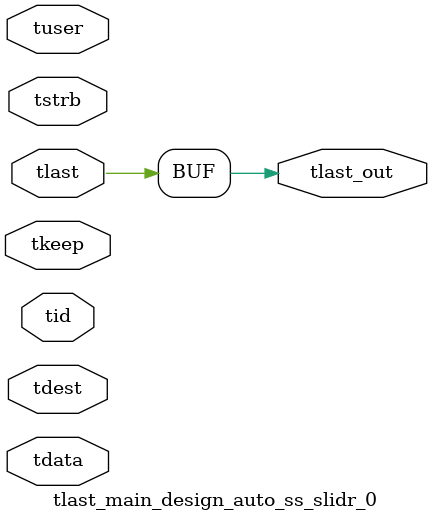
<source format=v>


`timescale 1ps/1ps

module tlast_main_design_auto_ss_slidr_0 #
(
parameter C_S_AXIS_TID_WIDTH   = 1,
parameter C_S_AXIS_TUSER_WIDTH = 0,
parameter C_S_AXIS_TDATA_WIDTH = 0,
parameter C_S_AXIS_TDEST_WIDTH = 0
)
(
input  [(C_S_AXIS_TID_WIDTH   == 0 ? 1 : C_S_AXIS_TID_WIDTH)-1:0       ] tid,
input  [(C_S_AXIS_TDATA_WIDTH == 0 ? 1 : C_S_AXIS_TDATA_WIDTH)-1:0     ] tdata,
input  [(C_S_AXIS_TUSER_WIDTH == 0 ? 1 : C_S_AXIS_TUSER_WIDTH)-1:0     ] tuser,
input  [(C_S_AXIS_TDEST_WIDTH == 0 ? 1 : C_S_AXIS_TDEST_WIDTH)-1:0     ] tdest,
input  [(C_S_AXIS_TDATA_WIDTH/8)-1:0 ] tkeep,
input  [(C_S_AXIS_TDATA_WIDTH/8)-1:0 ] tstrb,
input  [0:0]                                                             tlast,
output                                                                   tlast_out
);

assign tlast_out = {tlast};

endmodule


</source>
